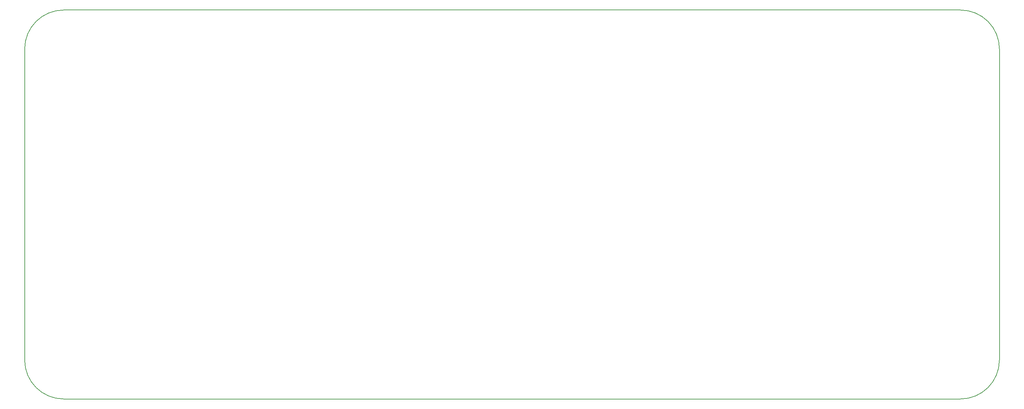
<source format=gm1>
G04 #@! TF.FileFunction,Profile,NP*
%FSLAX46Y46*%
G04 Gerber Fmt 4.6, Leading zero omitted, Abs format (unit mm)*
G04 Created by KiCad (PCBNEW 4.0.5) date 04/17/17 02:57:54*
%MOMM*%
%LPD*%
G01*
G04 APERTURE LIST*
%ADD10C,0.100000*%
%ADD11C,0.150000*%
G04 APERTURE END LIST*
D10*
D11*
X265000000Y-150000000D02*
G75*
G03X275000000Y-140000000I0J10000000D01*
G01*
X275000000Y-60000000D02*
G75*
G03X265000000Y-50000000I-10000000J0D01*
G01*
X25000000Y-140000000D02*
G75*
G03X35000000Y-150000000I10000000J0D01*
G01*
X35000000Y-50000000D02*
G75*
G03X25000000Y-60000000I0J-10000000D01*
G01*
X35000000Y-150000000D02*
X265000000Y-150000000D01*
X275000000Y-60000000D02*
X275000000Y-140000000D01*
X35000000Y-50000000D02*
X265000000Y-50000000D01*
X25000000Y-60000000D02*
X25000000Y-140000000D01*
M02*

</source>
